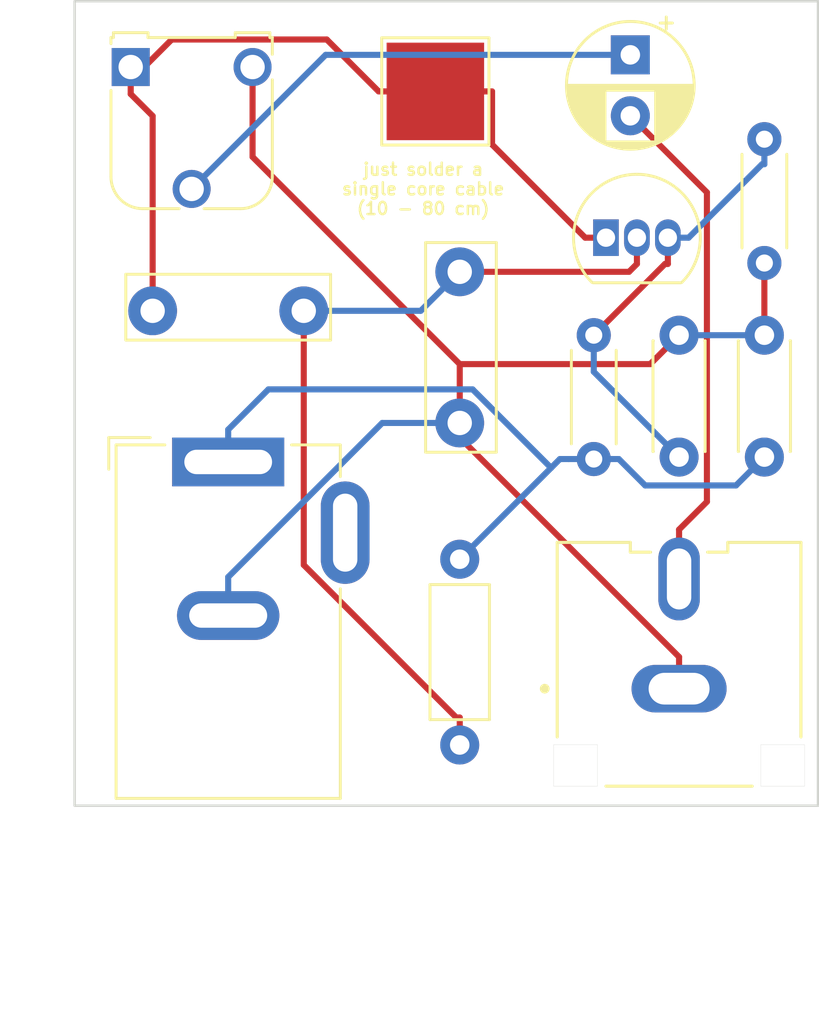
<source format=kicad_pcb>
(kicad_pcb (version 20240108) (generator "pcbnew") (generator_version "8.0")
  (layers (0 "F.Cu" signal) (31 "B.Cu" signal) (34 "B.Paste" user) (35 "F.Paste" user) (36 "B.SilkS" user "B.Silkscreen") (37 "F.SilkS" user "F.Silkscreen") (38 "B.Mask" user) (39 "F.Mask" user) (44 "Edge.Cuts" user))
  (net 0 "")
  (net 1 "Net-(AE1-A)")
  (net 2 "GND")
  (net 3 "Net-(C1-Pad2)")
  (net 4 "Net-(Q1-B)")
  (net 5 "Net-(Q1-C)")
  (net 6 "Net-(C5-Pad2)")
  (net 7 "Net-(C5-Pad1)")
  (footprint "Package_TO_SOT_THT:TO-92_Inline" (layer "F.Cu") (at 154 66.5)
    (property "Reference" "Q1" (hide yes))
    (property "Value" "2SC1815" (hide yes))
    (fp_line (start -0.53 1.85) (end 3.07 1.85) (stroke (width 0.12)) (layer "F.SilkS"))
    (fp_arc (start -0.568478 1.838478) (mid -1.132087 -0.994977) (end 1.27 -2.6) (stroke (width 0.12)) (layer "F.SilkS"))
    (fp_arc (start 1.27 -2.6) (mid 3.672087 -0.994977) (end 3.108478 1.838478) (stroke (width 0.12)) (layer "F.SilkS"))
    (pad "1" thru_hole rect (at 0 0) (size 1.05 1.5) (drill 0.75) (layers "*.Cu" "*.Mask") (net 1 "Net-(AE1-A)"))
    (pad "2" thru_hole oval (at 1.27 0) (size 1.05 1.5) (drill 0.75) (layers "*.Cu" "*.Mask") (net 5 "Net-(Q1-C)"))
    (pad "3" thru_hole oval (at 2.54 0) (size 1.05 1.5) (drill 0.75) (layers "*.Cu" "*.Mask") (net 4 "Net-(Q1-B)"))
  )
  (footprint "Capacitor_THT:CP_Radial_D5.0mm_P2.50mm" (layer "F.Cu") (at 155 59 -90)
    (property "Reference" "C5" (hide yes))
    (property "Value" "100uF" (hide yes))
    (fp_line (start 1.49 1.04) (end 1.49 2.569) (stroke (width 0.12)) (layer "F.SilkS"))
    (fp_line (start 1.53 1.04) (end 1.53 2.565) (stroke (width 0.12)) (layer "F.SilkS"))
    (fp_line (start 1.57 1.04) (end 1.57 2.561) (stroke (width 0.12)) (layer "F.SilkS"))
    (fp_line (start 1.61 1.04) (end 1.61 2.556) (stroke (width 0.12)) (layer "F.SilkS"))
    (fp_line (start 1.65 1.04) (end 1.65 2.55) (stroke (width 0.12)) (layer "F.SilkS"))
    (fp_line (start 1.69 1.04) (end 1.69 2.543) (stroke (width 0.12)) (layer "F.SilkS"))
    (fp_line (start 1.73 1.04) (end 1.73 2.536) (stroke (width 0.12)) (layer "F.SilkS"))
    (fp_line (start 1.77 1.04) (end 1.77 2.528) (stroke (width 0.12)) (layer "F.SilkS"))
    (fp_line (start 1.81 1.04) (end 1.81 2.52) (stroke (width 0.12)) (layer "F.SilkS"))
    (fp_line (start 1.85 1.04) (end 1.85 2.511) (stroke (width 0.12)) (layer "F.SilkS"))
    (fp_line (start 1.89 1.04) (end 1.89 2.501) (stroke (width 0.12)) (layer "F.SilkS"))
    (fp_line (start 1.93 1.04) (end 1.93 2.491) (stroke (width 0.12)) (layer "F.SilkS"))
    (fp_line (start 1.971 1.04) (end 1.971 2.48) (stroke (width 0.12)) (layer "F.SilkS"))
    (fp_line (start 2.011 1.04) (end 2.011 2.468) (stroke (width 0.12)) (layer "F.SilkS"))
    (fp_line (start 2.051 1.04) (end 2.051 2.455) (stroke (width 0.12)) (layer "F.SilkS"))
    (fp_line (start 2.091 1.04) (end 2.091 2.442) (stroke (width 0.12)) (layer "F.SilkS"))
    (fp_line (start 2.131 1.04) (end 2.131 2.428) (stroke (width 0.12)) (layer "F.SilkS"))
    (fp_line (start 2.171 1.04) (end 2.171 2.414) (stroke (width 0.12)) (layer "F.SilkS"))
    (fp_line (start 2.211 1.04) (end 2.211 2.398) (stroke (width 0.12)) (layer "F.SilkS"))
    (fp_line (start 2.251 1.04) (end 2.251 2.382) (stroke (width 0.12)) (layer "F.SilkS"))
    (fp_line (start 2.291 1.04) (end 2.291 2.365) (stroke (width 0.12)) (layer "F.SilkS"))
    (fp_line (start 2.331 1.04) (end 2.331 2.348) (stroke (width 0.12)) (layer "F.SilkS"))
    (fp_line (start 2.371 1.04) (end 2.371 2.329) (stroke (width 0.12)) (layer "F.SilkS"))
    (fp_line (start 2.411 1.04) (end 2.411 2.31) (stroke (width 0.12)) (layer "F.SilkS"))
    (fp_line (start 2.451 1.04) (end 2.451 2.29) (stroke (width 0.12)) (layer "F.SilkS"))
    (fp_line (start 2.491 1.04) (end 2.491 2.268) (stroke (width 0.12)) (layer "F.SilkS"))
    (fp_line (start 2.531 1.04) (end 2.531 2.247) (stroke (width 0.12)) (layer "F.SilkS"))
    (fp_line (start 2.571 1.04) (end 2.571 2.224) (stroke (width 0.12)) (layer "F.SilkS"))
    (fp_line (start 2.611 1.04) (end 2.611 2.2) (stroke (width 0.12)) (layer "F.SilkS"))
    (fp_line (start 2.651 1.04) (end 2.651 2.175) (stroke (width 0.12)) (layer "F.SilkS"))
    (fp_line (start 2.691 1.04) (end 2.691 2.149) (stroke (width 0.12)) (layer "F.SilkS"))
    (fp_line (start 2.731 1.04) (end 2.731 2.122) (stroke (width 0.12)) (layer "F.SilkS"))
    (fp_line (start 2.771 1.04) (end 2.771 2.095) (stroke (width 0.12)) (layer "F.SilkS"))
    (fp_line (start 2.811 1.04) (end 2.811 2.065) (stroke (width 0.12)) (layer "F.SilkS"))
    (fp_line (start 2.851 1.04) (end 2.851 2.035) (stroke (width 0.12)) (layer "F.SilkS"))
    (fp_line (start 2.891 1.04) (end 2.891 2.004) (stroke (width 0.12)) (layer "F.SilkS"))
    (fp_line (start 2.931 1.04) (end 2.931 1.971) (stroke (width 0.12)) (layer "F.SilkS"))
    (fp_line (start 2.971 1.04) (end 2.971 1.937) (stroke (width 0.12)) (layer "F.SilkS"))
    (fp_line (start 3.011 1.04) (end 3.011 1.901) (stroke (width 0.12)) (layer "F.SilkS"))
    (fp_line (start 3.051 1.04) (end 3.051 1.864) (stroke (width 0.12)) (layer "F.SilkS"))
    (fp_line (start 3.091 1.04) (end 3.091 1.826) (stroke (width 0.12)) (layer "F.SilkS"))
    (fp_line (start 3.131 1.04) (end 3.131 1.785) (stroke (width 0.12)) (layer "F.SilkS"))
    (fp_line (start 3.171 1.04) (end 3.171 1.743) (stroke (width 0.12)) (layer "F.SilkS"))
    (fp_line (start 3.211 1.04) (end 3.211 1.699) (stroke (width 0.12)) (layer "F.SilkS"))
    (fp_line (start 3.251 1.04) (end 3.251 1.653) (stroke (width 0.12)) (layer "F.SilkS"))
    (fp_line (start 3.291 1.04) (end 3.291 1.605) (stroke (width 0.12)) (layer "F.SilkS"))
    (fp_line (start 3.331 1.04) (end 3.331 1.554) (stroke (width 0.12)) (layer "F.SilkS"))
    (fp_line (start 3.371 1.04) (end 3.371 1.5) (stroke (width 0.12)) (layer "F.SilkS"))
    (fp_line (start 3.411 1.04) (end 3.411 1.443) (stroke (width 0.12)) (layer "F.SilkS"))
    (fp_line (start 3.451 1.04) (end 3.451 1.383) (stroke (width 0.12)) (layer "F.SilkS"))
    (fp_line (start 3.491 1.04) (end 3.491 1.319) (stroke (width 0.12)) (layer "F.SilkS"))
    (fp_line (start 3.531 1.04) (end 3.531 1.251) (stroke (width 0.12)) (layer "F.SilkS"))
    (fp_line (start 3.851 -0.284) (end 3.851 0.284) (stroke (width 0.12)) (layer "F.SilkS"))
    (fp_line (start 3.811 -0.518) (end 3.811 0.518) (stroke (width 0.12)) (layer "F.SilkS"))
    (fp_line (start 3.771 -0.677) (end 3.771 0.677) (stroke (width 0.12)) (layer "F.SilkS"))
    (fp_line (start 3.731 -0.805) (end 3.731 0.805) (stroke (width 0.12)) (layer "F.SilkS"))
    (fp_line (start 3.691 -0.915) (end 3.691 0.915) (stroke (width 0.12)) (layer "F.SilkS"))
    (fp_line (start 3.651 -1.011) (end 3.651 1.011) (stroke (width 0.12)) (layer "F.SilkS"))
    (fp_line (start 3.611 -1.098) (end 3.611 1.098) (stroke (width 0.12)) (layer "F.SilkS"))
    (fp_line (start 3.571 -1.178) (end 3.571 1.178) (stroke (width 0.12)) (layer "F.SilkS"))
    (fp_line (start 3.531 -1.251) (end 3.531 -1.04) (stroke (width 0.12)) (layer "F.SilkS"))
    (fp_line (start 3.491 -1.319) (end 3.491 -1.04) (stroke (width 0.12)) (layer "F.SilkS"))
    (fp_line (start 3.451 -1.383) (end 3.451 -1.04) (stroke (width 0.12)) (layer "F.SilkS"))
    (fp_line (start 3.411 -1.443) (end 3.411 -1.04) (stroke (width 0.12)) (layer "F.SilkS"))
    (fp_line (start -1.554775 -1.475) (end -1.054775 -1.475) (stroke (width 0.12)) (layer "F.SilkS"))
    (fp_line (start 3.371 -1.5) (end 3.371 -1.04) (stroke (width 0.12)) (layer "F.SilkS"))
    (fp_line (start 3.331 -1.554) (end 3.331 -1.04) (stroke (width 0.12)) (layer "F.SilkS"))
    (fp_line (start 3.291 -1.605) (end 3.291 -1.04) (stroke (width 0.12)) (layer "F.SilkS"))
    (fp_line (start 3.251 -1.653) (end 3.251 -1.04) (stroke (width 0.12)) (layer "F.SilkS"))
    (fp_line (start 3.211 -1.699) (end 3.211 -1.04) (stroke (width 0.12)) (layer "F.SilkS"))
    (fp_line (start -1.304775 -1.725) (end -1.304775 -1.225) (stroke (width 0.12)) (layer "F.SilkS"))
    (fp_line (start 3.171 -1.743) (end 3.171 -1.04) (stroke (width 0.12)) (layer "F.SilkS"))
    (fp_line (start 3.131 -1.785) (end 3.131 -1.04) (stroke (width 0.12)) (layer "F.SilkS"))
    (fp_line (start 3.091 -1.826) (end 3.091 -1.04) (stroke (width 0.12)) (layer "F.SilkS"))
    (fp_line (start 3.051 -1.864) (end 3.051 -1.04) (stroke (width 0.12)) (layer "F.SilkS"))
    (fp_line (start 3.011 -1.901) (end 3.011 -1.04) (stroke (width 0.12)) (layer "F.SilkS"))
    (fp_line (start 2.971 -1.937) (end 2.971 -1.04) (stroke (width 0.12)) (layer "F.SilkS"))
    (fp_line (start 2.931 -1.971) (end 2.931 -1.04) (stroke (width 0.12)) (layer "F.SilkS"))
    (fp_line (start 2.891 -2.004) (end 2.891 -1.04) (stroke (width 0.12)) (layer "F.SilkS"))
    (fp_line (start 2.851 -2.035) (end 2.851 -1.04) (stroke (width 0.12)) (layer "F.SilkS"))
    (fp_line (start 2.811 -2.065) (end 2.811 -1.04) (stroke (width 0.12)) (layer "F.SilkS"))
    (fp_line (start 2.771 -2.095) (end 2.771 -1.04) (stroke (width 0.12)) (layer "F.SilkS"))
    (fp_line (start 2.731 -2.122) (end 2.731 -1.04) (stroke (width 0.12)) (layer "F.SilkS"))
    (fp_line (start 2.691 -2.149) (end 2.691 -1.04) (stroke (width 0.12)) (layer "F.SilkS"))
    (fp_line (start 2.651 -2.175) (end 2.651 -1.04) (stroke (width 0.12)) (layer "F.SilkS"))
    (fp_line (start 2.611 -2.2) (end 2.611 -1.04) (stroke (width 0.12)) (layer "F.SilkS"))
    (fp_line (start 2.571 -2.224) (end 2.571 -1.04) (stroke (width 0.12)) (layer "F.SilkS"))
    (fp_line (start 2.531 -2.247) (end 2.531 -1.04) (stroke (width 0.12)) (layer "F.SilkS"))
    (fp_line (start 2.491 -2.268) (end 2.491 -1.04) (stroke (width 0.12)) (layer "F.SilkS"))
    (fp_line (start 2.451 -2.29) (end 2.451 -1.04) (stroke (width 0.12)) (layer "F.SilkS"))
    (fp_line (start 2.411 -2.31) (end 2.411 -1.04) (stroke (width 0.12)) (layer "F.SilkS"))
    (fp_line (start 2.371 -2.329) (end 2.371 -1.04) (stroke (width 0.12)) (layer "F.SilkS"))
    (fp_line (start 2.331 -2.348) (end 2.331 -1.04) (stroke (width 0.12)) (layer "F.SilkS"))
    (fp_line (start 2.291 -2.365) (end 2.291 -1.04) (stroke (width 0.12)) (layer "F.SilkS"))
    (fp_line (start 2.251 -2.382) (end 2.251 -1.04) (stroke (width 0.12)) (layer "F.SilkS"))
    (fp_line (start 2.211 -2.398) (end 2.211 -1.04) (stroke (width 0.12)) (layer "F.SilkS"))
    (fp_line (start 2.171 -2.414) (end 2.171 -1.04) (stroke (width 0.12)) (layer "F.SilkS"))
    (fp_line (start 2.131 -2.428) (end 2.131 -1.04) (stroke (width 0.12)) (layer "F.SilkS"))
    (fp_line (start 2.091 -2.442) (end 2.091 -1.04) (stroke (width 0.12)) (layer "F.SilkS"))
    (fp_line (start 2.051 -2.455) (end 2.051 -1.04) (stroke (width 0.12)) (layer "F.SilkS"))
    (fp_line (start 2.011 -2.468) (end 2.011 -1.04) (stroke (width 0.12)) (layer "F.SilkS"))
    (fp_line (start 1.971 -2.48) (end 1.971 -1.04) (stroke (width 0.12)) (layer "F.SilkS"))
    (fp_line (start 1.93 -2.491) (end 1.93 -1.04) (stroke (width 0.12)) (layer "F.SilkS"))
    (fp_line (start 1.89 -2.501) (end 1.89 -1.04) (stroke (width 0.12)) (layer "F.SilkS"))
    (fp_line (start 1.85 -2.511) (end 1.85 -1.04) (stroke (width 0.12)) (layer "F.SilkS"))
    (fp_line (start 1.81 -2.52) (end 1.81 -1.04) (stroke (width 0.12)) (layer "F.SilkS"))
    (fp_line (start 1.77 -2.528) (end 1.77 -1.04) (stroke (width 0.12)) (layer "F.SilkS"))
    (fp_line (start 1.73 -2.536) (end 1.73 -1.04) (stroke (width 0.12)) (layer "F.SilkS"))
    (fp_line (start 1.69 -2.543) (end 1.69 -1.04) (stroke (width 0.12)) (layer "F.SilkS"))
    (fp_line (start 1.65 -2.55) (end 1.65 -1.04) (stroke (width 0.12)) (layer "F.SilkS"))
    (fp_line (start 1.61 -2.556) (end 1.61 -1.04) (stroke (width 0.12)) (layer "F.SilkS"))
    (fp_line (start 1.57 -2.561) (end 1.57 -1.04) (stroke (width 0.12)) (layer "F.SilkS"))
    (fp_line (start 1.53 -2.565) (end 1.53 -1.04) (stroke (width 0.12)) (layer "F.SilkS"))
    (fp_line (start 1.49 -2.569) (end 1.49 -1.04) (stroke (width 0.12)) (layer "F.SilkS"))
    (fp_line (start 1.45 -2.573) (end 1.45 2.573) (stroke (width 0.12)) (layer "F.SilkS"))
    (fp_line (start 1.41 -2.576) (end 1.41 2.576) (stroke (width 0.12)) (layer "F.SilkS"))
    (fp_line (start 1.37 -2.578) (end 1.37 2.578) (stroke (width 0.12)) (layer "F.SilkS"))
    (fp_line (start 1.33 -2.579) (end 1.33 2.579) (stroke (width 0.12)) (layer "F.SilkS"))
    (fp_line (start 1.25 -2.58) (end 1.25 2.58) (stroke (width 0.12)) (layer "F.SilkS"))
    (fp_line (start 1.29 -2.58) (end 1.29 2.58) (stroke (width 0.12)) (layer "F.SilkS"))
    (fp_circle (center 1.25 0) (end 3.87 0) (stroke (width 0.12)) (fill none) (layer "F.SilkS"))
    (pad "1" thru_hole rect (at 0 0 270) (size 1.6 1.6) (drill 0.8) (layers "*.Cu" "*.Mask") (net 7 "Net-(C5-Pad1)"))
    (pad "2" thru_hole circle (at 2.5 0 270) (size 1.6 1.6) (drill 0.8) (layers "*.Cu" "*.Mask") (net 6 "Net-(C5-Pad2)"))
  )
  (footprint "Inductor_THT:L_Axial_L5.3mm_D2.2mm_P7.62mm_Horizontal_Vishay_IM-1" (layer "F.Cu") (at 148 79.69 -90)
    (property "Reference" "L1" (hide yes))
    (property "Value" "L" (hide yes))
    (fp_line (start 1.04 1.22) (end 6.58 1.22) (stroke (width 0.12)) (layer "F.SilkS"))
    (fp_line (start 6.58 1.22) (end 6.58 -1.22) (stroke (width 0.12)) (layer "F.SilkS"))
    (fp_line (start 1.04 -1.22) (end 1.04 1.22) (stroke (width 0.12)) (layer "F.SilkS"))
    (fp_line (start 6.58 -1.22) (end 1.04 -1.22) (stroke (width 0.12)) (layer "F.SilkS"))
    (pad "1" thru_hole circle (at 0 0 270) (size 1.6 1.6) (drill 0.8) (layers "*.Cu" "*.Mask") (net 3 "Net-(C1-Pad2)"))
    (pad "2" thru_hole oval (at 7.62 0 270) (size 1.6 1.6) (drill 0.8) (layers "*.Cu" "*.Mask") (net 5 "Net-(Q1-C)"))
  )
  (footprint "Capacitor_THT:C_Disc_D4.3mm_W1.9mm_P5.00mm" (layer "F.Cu") (at 160.5 70.5 -90)
    (property "Reference" "C1" (hide yes))
    (property "Value" "0.01uF" (hide yes))
    (fp_line (start 0.23 1.07) (end 4.77 1.07) (stroke (width 0.12)) (layer "F.SilkS"))
    (fp_line (start 0.23 1.055) (end 0.23 1.07) (stroke (width 0.12)) (layer "F.SilkS"))
    (fp_line (start 4.77 1.055) (end 4.77 1.07) (stroke (width 0.12)) (layer "F.SilkS"))
    (fp_line (start 0.23 -1.07) (end 0.23 -1.055) (stroke (width 0.12)) (layer "F.SilkS"))
    (fp_line (start 0.23 -1.07) (end 4.77 -1.07) (stroke (width 0.12)) (layer "F.SilkS"))
    (fp_line (start 4.77 -1.07) (end 4.77 -1.055) (stroke (width 0.12)) (layer "F.SilkS"))
    (pad "1" thru_hole circle (at 0 0 270) (size 1.6 1.6) (drill 0.8) (layers "*.Cu" "*.Mask") (net 2 "GND"))
    (pad "2" thru_hole circle (at 5 0 270) (size 1.6 1.6) (drill 0.8) (layers "*.Cu" "*.Mask") (net 3 "Net-(C1-Pad2)"))
  )
  (footprint "TestPoint:TestPoint_Pad_4.0x4.0mm" (layer "F.Cu") (at 147 60.5)
    (property "Reference" "AE1" (hide yes))
    (property "Value" "Antenna" (hide yes))
    (fp_line (start -2.2 -2.2) (end 2.2 -2.2) (stroke (width 0.12)) (layer "F.SilkS"))
    (fp_line (start -2.2 2.2) (end -2.2 -2.2) (stroke (width 0.12)) (layer "F.SilkS"))
    (fp_line (start 2.2 -2.2) (end 2.2 2.2) (stroke (width 0.12)) (layer "F.SilkS"))
    (fp_line (start 2.2 2.2) (end -2.2 2.2) (stroke (width 0.12)) (layer "F.SilkS"))
    (pad "1" smd rect (at 0 0) (size 4 4) (layers "F.Cu" "F.Mask") (net 1 "Net-(AE1-A)"))
  )
  (footprint "Resistor_THT:R_Axial_DIN0204_L3.6mm_D1.6mm_P5.08mm_Horizontal" (layer "F.Cu") (at 153.5 70.5 -90)
    (property "Reference" "R2" (hide yes))
    (property "Value" "27K" (hide yes))
    (fp_line (start 0.62 0.92) (end 4.46 0.92) (stroke (width 0.12)) (layer "F.SilkS"))
    (fp_line (start 0.62 -0.92) (end 4.46 -0.92) (stroke (width 0.12)) (layer "F.SilkS"))
    (pad "1" thru_hole circle (at 0 0 270) (size 1.4 1.4) (drill 0.7) (layers "*.Cu" "*.Mask") (net 4 "Net-(Q1-B)"))
    (pad "2" thru_hole oval (at 5.08 0 270) (size 1.4 1.4) (drill 0.7) (layers "*.Cu" "*.Mask") (net 3 "Net-(C1-Pad2)"))
  )
  (footprint "Capacitor_THT:C_Disc_D11.0mm_W5.0mm_P5.00mm" (layer "F.Cu") (at 148 68.4 -90)
    (property "Reference" "C3" (hide yes))
    (property "Value" "10pF")
    (fp_line (start -1.7 1.4) (end 6.9 1.4) (stroke (width 0.12)) (layer "F.SilkS"))
    (fp_line (start -1.7 -1.5) (end -1.7 1.4) (stroke (width 0.12)) (layer "F.SilkS"))
    (fp_line (start -1.7 -1.5) (end 6.9 -1.5) (stroke (width 0.12)) (layer "F.SilkS"))
    (fp_line (start 6.9 -1.5) (end 6.9 1.4) (stroke (width 0.12)) (layer "F.SilkS"))
    (pad "1" thru_hole circle (at -0.5 0 270) (size 2 2) (drill 1) (layers "*.Cu" "*.Mask") (net 5 "Net-(Q1-C)"))
    (pad "2" thru_hole circle (at 5.7 0 270) (size 2 2) (drill 1) (layers "*.Cu" "*.Mask") (net 2 "GND"))
  )
  (footprint "Capacitor_THT:C_Disc_D11.0mm_W5.0mm_P5.00mm" (layer "F.Cu") (at 136 69.5)
    (property "Reference" "C4" (hide yes))
    (property "Value" "10pF")
    (fp_line (start -1.7 -1.5) (end -1.7 1.2) (stroke (width 0.12)) (layer "F.SilkS"))
    (fp_line (start -1.7 -1.5) (end 6.7 -1.5) (stroke (width 0.12)) (layer "F.SilkS"))
    (fp_line (start -1.7 1.2) (end 6.7 1.2) (stroke (width 0.12)) (layer "F.SilkS"))
    (fp_line (start 6.7 -1.5) (end 6.7 1.2) (stroke (width 0.12)) (layer "F.SilkS"))
    (pad "1" thru_hole circle (at -0.6 0) (size 2 2) (drill 1) (layers "*.Cu" "*.Mask") (net 1 "Net-(AE1-A)"))
    (pad "2" thru_hole circle (at 5.6 0) (size 2 2) (drill 1) (layers "*.Cu" "*.Mask") (net 5 "Net-(Q1-C)"))
  )
  (footprint "Capacitor_THT:C_Disc_D4.3mm_W1.9mm_P5.00mm" (layer "F.Cu") (at 157 70.5 -90)
    (property "Reference" "C2" (hide yes))
    (property "Value" "0.01uF" (hide yes))
    (fp_line (start 0.23 1.07) (end 4.77 1.07) (stroke (width 0.12)) (layer "F.SilkS"))
    (fp_line (start 0.23 1.055) (end 0.23 1.07) (stroke (width 0.12)) (layer "F.SilkS"))
    (fp_line (start 4.77 1.055) (end 4.77 1.07) (stroke (width 0.12)) (layer "F.SilkS"))
    (fp_line (start 0.23 -1.07) (end 0.23 -1.055) (stroke (width 0.12)) (layer "F.SilkS"))
    (fp_line (start 0.23 -1.07) (end 4.77 -1.07) (stroke (width 0.12)) (layer "F.SilkS"))
    (fp_line (start 4.77 -1.07) (end 4.77 -1.055) (stroke (width 0.12)) (layer "F.SilkS"))
    (pad "1" thru_hole circle (at 0 0 270) (size 1.6 1.6) (drill 0.8) (layers "*.Cu" "*.Mask") (net 2 "GND"))
    (pad "2" thru_hole circle (at 5 0 270) (size 1.6 1.6) (drill 0.8) (layers "*.Cu" "*.Mask") (net 4 "Net-(Q1-B)"))
  )
  (footprint "Potentiometer_THT:Potentiometer_Runtron_RM-065_Vertical" (layer "F.Cu") (at 134.5 59.5)
    (property "Reference" "RV1" (hide yes))
    (property "Value" "500")
    (fp_line (start -0.81 -1.21) (end -0.81 -0.96) (stroke (width 0.12)) (layer "F.SilkS"))
    (fp_line (start -0.81 4.5) (end -0.81 0.96) (stroke (width 0.12)) (layer "F.SilkS"))
    (fp_line (start -0.71 -1.41) (end -0.71 -1.21) (stroke (width 0.12)) (layer "F.SilkS"))
    (fp_line (start -0.71 -1.41) (end 0.71 -1.41) (stroke (width 0.12)) (layer "F.SilkS"))
    (fp_line (start -0.71 -1.21) (end -0.81 -1.21) (stroke (width 0.12)) (layer "F.SilkS"))
    (fp_line (start 0.71 -1.21) (end 0.71 -1.41) (stroke (width 0.12)) (layer "F.SilkS"))
    (fp_line (start 0.71 -1.21) (end 4.29 -1.21) (stroke (width 0.12)) (layer "F.SilkS"))
    (fp_line (start 1.99 5.81) (end 0.5 5.81) (stroke (width 0.12)) (layer "F.SilkS"))
    (fp_line (start 4.29 -1.41) (end 5.71 -1.41) (stroke (width 0.12)) (layer "F.SilkS"))
    (fp_line (start 4.29 -1.21) (end 4.29 -1.41) (stroke (width 0.12)) (layer "F.SilkS"))
    (fp_line (start 4.5 5.81) (end 3.01 5.81) (stroke (width 0.12)) (layer "F.SilkS"))
    (fp_line (start 5.71 -1.41) (end 5.71 -1.21) (stroke (width 0.12)) (layer "F.SilkS"))
    (fp_line (start 5.71 -1.21) (end 5.81 -1.21) (stroke (width 0.12)) (layer "F.SilkS"))
    (fp_line (start 5.81 -1.21) (end 5.81 -0.52) (stroke (width 0.12)) (layer "F.SilkS"))
    (fp_line (start 5.81 0.52) (end 5.81 4.5) (stroke (width 0.12)) (layer "F.SilkS"))
    (fp_arc (start 0.5 5.81) (mid -0.42631 5.42631) (end -0.81 4.5) (stroke (width 0.12)) (layer "F.SilkS"))
    (fp_arc (start 5.81 4.5) (mid 5.42631 5.42631) (end 4.5 5.81) (stroke (width 0.12)) (layer "F.SilkS"))
    (pad "1" thru_hole rect (at 0 0) (size 1.56 1.56) (drill 1) (layers "*.Cu" "*.Mask") (net 1 "Net-(AE1-A)"))
    (pad "2" thru_hole circle (at 2.5 5) (size 1.56 1.56) (drill 1) (layers "*.Cu" "*.Mask") (net 7 "Net-(C5-Pad1)"))
    (pad "3" thru_hole circle (at 5 0) (size 1.56 1.56) (drill 1) (layers "*.Cu" "*.Mask") (net 2 "GND"))
  )
  (footprint "RCJ-044:CUI_RCJ-044" (layer "F.Cu") (at 157 85 -90)
    (property "Reference" "J3" (hide yes))
    (property "Value" "RCJ-044")
    (fp_line (start -6 5) (end 1.98 5) (stroke (width 0.127)) (layer "F.SilkS"))
    (fp_line (start -6 5) (end -6 2) (stroke (width 0.127)) (layer "F.SilkS"))
    (fp_line (start 4 3) (end 4 -3) (stroke (width 0.127)) (layer "F.SilkS"))
    (fp_line (start -6 2) (end -5.6 2) (stroke (width 0.127)) (layer "F.SilkS"))
    (fp_line (start -5.6 2) (end -5.6 1.17) (stroke (width 0.127)) (layer "F.SilkS"))
    (fp_line (start -5.6 -1.17) (end -5.6 -2) (stroke (width 0.127)) (layer "F.SilkS"))
    (fp_line (start -6 -2) (end -6 -5) (stroke (width 0.127)) (layer "F.SilkS"))
    (fp_line (start -5.6 -2) (end -6 -2) (stroke (width 0.127)) (layer "F.SilkS"))
    (fp_line (start -6 -5) (end 1.98 -5) (stroke (width 0.127)) (layer "F.SilkS"))
    (fp_circle (center 0 5.513) (end 0.1 5.513) (stroke (width 0.2)) (fill none) (layer "F.SilkS"))
    (fp_line (start 2.3 5.15) (end 4 5.15) (stroke (width 0.01)) (layer "Edge.Cuts"))
    (fp_line (start 4 5.15) (end 4 3.35) (stroke (width 0.01)) (layer "Edge.Cuts"))
    (fp_line (start 2.3 3.35) (end 2.3 5.15) (stroke (width 0.01)) (layer "Edge.Cuts"))
    (fp_line (start 4 3.35) (end 2.3 3.35) (stroke (width 0.01)) (layer "Edge.Cuts"))
    (fp_line (start 2.3 -3.35) (end 4 -3.35) (stroke (width 0.01)) (layer "Edge.Cuts"))
    (fp_line (start 4 -3.35) (end 4 -5.15) (stroke (width 0.01)) (layer "Edge.Cuts"))
    (fp_line (start 2.3 -5.15) (end 2.3 -3.35) (stroke (width 0.01)) (layer "Edge.Cuts"))
    (fp_line (start 4 -5.15) (end 2.3 -5.15) (stroke (width 0.01)) (layer "Edge.Cuts"))
    (pad "1" thru_hole oval (at 0 0 270) (size 1.95 3.9) (drill oval 1.3 2.5) (layers "*.Cu" "*.Mask") (net 2 "GND"))
    (pad "2" thru_hole oval (at -4.5 0 270) (size 3.4 1.7) (drill oval 2.5 1) (layers "*.Cu" "*.Mask") (net 6 "Net-(C5-Pad2)"))
  )
  (footprint "Resistor_THT:R_Axial_DIN0204_L3.6mm_D1.6mm_P5.08mm_Horizontal" (layer "F.Cu") (at 160.5 67.54 90)
    (property "Reference" "R1" (hide yes))
    (property "Value" "10K" (hide yes))
    (fp_line (start 0.62 -0.92) (end 4.46 -0.92) (stroke (width 0.12)) (layer "F.SilkS"))
    (fp_line (start 0.62 0.92) (end 4.46 0.92) (stroke (width 0.12)) (layer "F.SilkS"))
    (pad "1" thru_hole circle (at 0 0 90) (size 1.4 1.4) (drill 0.7) (layers "*.Cu" "*.Mask") (net 2 "GND"))
    (pad "2" thru_hole oval (at 5.08 0 90) (size 1.4 1.4) (drill 0.7) (layers "*.Cu" "*.Mask") (net 4 "Net-(Q1-B)"))
  )
  (footprint "Connector_BarrelJack:BarrelJack_GCT_DCJ200-10-A_Horizontal" (layer "F.Cu") (at 138.5 75.7)
    (property "Reference" "J2" (hide yes))
    (property "Value" "Barrel_Jack_MountingPin")
    (fp_line (start -4.9 -1) (end -4.9 0.3) (stroke (width 0.12)) (layer "F.SilkS"))
    (fp_line (start -4.6 -0.7) (end -2.6 -0.7) (stroke (width 0.12)) (layer "F.SilkS"))
    (fp_line (start -4.6 13.8) (end -4.6 -0.7) (stroke (width 0.12)) (layer "F.SilkS"))
    (fp_line (start -3.2 -1) (end -4.9 -1) (stroke (width 0.12)) (layer "F.SilkS"))
    (fp_line (start 2.6 -0.7) (end 4.6 -0.7) (stroke (width 0.12)) (layer "F.SilkS"))
    (fp_line (start 4.6 -0.7) (end 4.6 0.6) (stroke (width 0.12)) (layer "F.SilkS"))
    (fp_line (start 4.6 5.2) (end 4.6 13.8) (stroke (width 0.12)) (layer "F.SilkS"))
    (fp_line (start 4.6 13.8) (end -4.6 13.8) (stroke (width 0.12)) (layer "F.SilkS"))
    (pad "1" thru_hole rect (at 0 0) (size 4.6 2) (drill oval 3.6 1) (layers "*.Cu" "*.Mask") (net 3 "Net-(C1-Pad2)"))
    (pad "2" thru_hole oval (at 0 6.3) (size 4.2 2) (drill oval 3.2 1) (layers "*.Cu" "*.Mask") (net 2 "GND"))
    (pad "3" thru_hole oval (at 4.8 2.9) (size 2 4.2) (drill oval 1 3.2) (layers "*.Cu" "*.Mask"))
  )
  (gr_rect (start 132.2 56.8) (end 162.7 89.8) (stroke (width 0.1)) (fill none) (layer "Edge.Cuts"))
  (gr_text "just solder a\nsingle core cable\n(10 - 80 cm)" (at 146.5 64.5 0) (layer "F.SilkS") (effects (font (size 0.5 0.5) (thickness 0.1))))
  (segment (start 147 60.5) (end 149.3267 60.5) (width 0.25) (layer "F.Cu") (net 1))
  (segment (start 134.5 60.0533) (end 136.1827 58.3706) (width 0.25) (layer "F.Cu") (net 1))
  (segment (start 142.5439 58.3706) (end 144.6733 60.5) (width 0.25) (layer "F.Cu") (net 1))
  (segment (start 134.5 60.6067) (end 135.4 61.5067) (width 0.25) (layer "F.Cu") (net 1))
  (segment (start 149.3267 62.6784) (end 153.1483 66.5) (width 0.25) (layer "F.Cu") (net 1))
  (segment (start 134.5 59.5) (end 134.5 60.0533) (width 0.25) (layer "F.Cu") (net 1))
  (segment (start 149.3267 60.5) (end 149.3267 62.6784) (width 0.25) (layer "F.Cu") (net 1))
  (segment (start 134.5 60.0533) (end 134.5 60.6067) (width 0.25) (layer "F.Cu") (net 1))
  (segment (start 154 66.5) (end 153.1483 66.5) (width 0.25) (layer "F.Cu") (net 1))
  (segment (start 147 60.5) (end 144.6733 60.5) (width 0.25) (layer "F.Cu") (net 1))
  (segment (start 135.4 61.5067) (end 135.4 69.5) (width 0.25) (layer "F.Cu") (net 1))
  (segment (start 136.1827 58.3706) (end 142.5439 58.3706) (width 0.25) (layer "F.Cu") (net 1))
  (segment (start 148 74.1) (end 148 74.6983) (width 0.25) (layer "F.Cu") (net 2))
  (segment (start 139.5 59.5) (end 139.5 63.1867) (width 0.25) (layer "F.Cu") (net 2))
  (segment (start 139.5 63.1867) (end 148 71.6867) (width 0.25) (layer "F.Cu") (net 2))
  (segment (start 155.8133 71.6867) (end 157 70.5) (width 0.25) (layer "F.Cu") (net 2))
  (segment (start 148 74.6983) (end 157 83.6983) (width 0.25) (layer "F.Cu") (net 2))
  (segment (start 160.5 67.54) (end 160.5 70.5) (width 0.25) (layer "F.Cu") (net 2))
  (segment (start 148 71.6867) (end 155.8133 71.6867) (width 0.25) (layer "F.Cu") (net 2))
  (segment (start 148 71.6867) (end 148 74.1) (width 0.25) (layer "F.Cu") (net 2))
  (segment (start 157 85) (end 157 83.6983) (width 0.25) (layer "F.Cu") (net 2))
  (segment (start 157 70.5) (end 160.5 70.5) (width 0.25) (layer "B.Cu") (net 2))
  (segment (start 138.5 82) (end 138.5 80.42) (width 0.25) (layer "B.Cu") (net 2))
  (segment (start 144.82 74.1) (end 148 74.1) (width 0.25) (layer "B.Cu") (net 2))
  (segment (start 138.5 80.42) (end 144.82 74.1) (width 0.25) (layer "B.Cu") (net 2))
  (segment (start 138.5 75.7) (end 138.5 74.3733) (width 0.25) (layer "B.Cu") (net 3))
  (segment (start 148.5282 72.7224) (end 151.7479 75.9421) (width 0.25) (layer "B.Cu") (net 3))
  (segment (start 138.5 74.3733) (end 140.1509 72.7224) (width 0.25) (layer "B.Cu") (net 3))
  (segment (start 152.11 75.58) (end 151.7479 75.9421) (width 0.25) (layer "B.Cu") (net 3))
  (segment (start 140.1509 72.7224) (end 148.5282 72.7224) (width 0.25) (layer "B.Cu") (net 3))
  (segment (start 155.6106 76.6639) (end 154.5267 75.58) (width 0.25) (layer "B.Cu") (net 3))
  (segment (start 151.7479 75.9421) (end 148 79.69) (width 0.25) (layer "B.Cu") (net 3))
  (segment (start 153.5 75.58) (end 154.5267 75.58) (width 0.25) (layer "B.Cu") (net 3))
  (segment (start 152.4733 75.58) (end 152.11 75.58) (width 0.25) (layer "B.Cu") (net 3))
  (segment (start 160.5 75.5) (end 159.3361 76.6639) (width 0.25) (layer "B.Cu") (net 3))
  (segment (start 153.5 75.58) (end 152.4733 75.58) (width 0.25) (layer "B.Cu") (net 3))
  (segment (start 159.3361 76.6639) (end 155.6106 76.6639) (width 0.25) (layer "B.Cu") (net 3))
  (segment (start 156.54 66.5) (end 156.54 67.5767) (width 0.25) (layer "F.Cu") (net 4))
  (segment (start 153.5 70.5) (end 156.4233 67.5767) (width 0.25) (layer "F.Cu") (net 4))
  (segment (start 156.4233 67.5767) (end 156.54 67.5767) (width 0.25) (layer "F.Cu") (net 4))
  (segment (start 160.405 63.4867) (end 157.3917 66.5) (width 0.25) (layer "B.Cu") (net 4))
  (segment (start 157 75.5) (end 153.5 72) (width 0.25) (layer "B.Cu") (net 4))
  (segment (start 160.5 62.46) (end 160.5 63.4867) (width 0.25) (layer "B.Cu") (net 4))
  (segment (start 153.5 72) (end 153.5 70.5) (width 0.25) (layer "B.Cu") (net 4))
  (segment (start 160.5 63.4867) (end 160.405 63.4867) (width 0.25) (layer "B.Cu") (net 4))
  (segment (start 156.54 66.5) (end 157.3917 66.5) (width 0.25) (layer "B.Cu") (net 4))
  (segment (start 148 67.9) (end 154.9467 67.9) (width 0.25) (layer "F.Cu") (net 5))
  (segment (start 147.8592 86.1833) (end 141.6 79.9241) (width 0.25) (layer "F.Cu") (net 5))
  (segment (start 155.27 66.5) (end 155.27 67.5767) (width 0.25) (layer "F.Cu") (net 5))
  (segment (start 148 87.31) (end 148 86.1833) (width 0.25) (layer "F.Cu") (net 5))
  (segment (start 154.9467 67.9) (end 155.27 67.5767) (width 0.25) (layer "F.Cu") (net 5))
  (segment (start 141.6 79.9241) (end 141.6 69.5) (width 0.25) (layer "F.Cu") (net 5))
  (segment (start 148 86.1833) (end 147.8592 86.1833) (width 0.25) (layer "F.Cu") (net 5))
  (segment (start 146.4 69.5) (end 148 67.9) (width 0.25) (layer "B.Cu") (net 5))
  (segment (start 141.6 69.5) (end 146.4 69.5) (width 0.25) (layer "B.Cu") (net 5))
  (segment (start 157 78.4733) (end 158.142 77.3313) (width 0.25) (layer "F.Cu") (net 6))
  (segment (start 158.142 64.642) (end 155 61.5) (width 0.25) (layer "F.Cu") (net 6))
  (segment (start 158.142 77.3313) (end 158.142 64.642) (width 0.25) (layer "F.Cu") (net 6))
  (segment (start 157 80.5) (end 157 78.4733) (width 0.25) (layer "F.Cu") (net 6))
  (segment (start 142.5 59) (end 155 59) (width 0.25) (layer "B.Cu") (net 7))
  (segment (start 137 64.5) (end 142.5 59) (width 0.25) (layer "B.Cu") (net 7))
)
</source>
